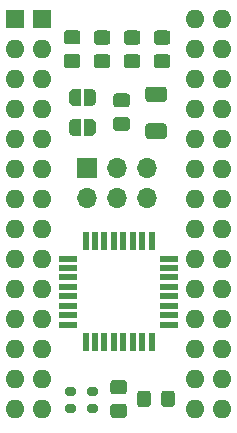
<source format=gts>
G04 #@! TF.GenerationSoftware,KiCad,Pcbnew,5.1.9+dfsg1-1*
G04 #@! TF.CreationDate,2021-03-03T15:22:06-06:00*
G04 #@! TF.ProjectId,Nano SwinSIDb,4e616e6f-2053-4776-996e-534944622e6b,rev?*
G04 #@! TF.SameCoordinates,Original*
G04 #@! TF.FileFunction,Soldermask,Top*
G04 #@! TF.FilePolarity,Negative*
%FSLAX46Y46*%
G04 Gerber Fmt 4.6, Leading zero omitted, Abs format (unit mm)*
G04 Created by KiCad (PCBNEW 5.1.9+dfsg1-1) date 2021-03-03 15:22:06*
%MOMM*%
%LPD*%
G01*
G04 APERTURE LIST*
%ADD10O,1.600000X1.600000*%
%ADD11R,1.600000X1.600000*%
%ADD12R,0.550000X1.600000*%
%ADD13R,1.600000X0.550000*%
%ADD14C,0.150000*%
%ADD15O,1.700000X1.700000*%
%ADD16R,1.700000X1.700000*%
G04 APERTURE END LIST*
D10*
X111760000Y-81280000D03*
X96520000Y-114300000D03*
X111760000Y-83820000D03*
X96520000Y-111760000D03*
X111760000Y-86360000D03*
X96520000Y-109220000D03*
X111760000Y-88900000D03*
X96520000Y-106680000D03*
X111760000Y-91440000D03*
X96520000Y-104140000D03*
X111760000Y-93980000D03*
X96520000Y-101600000D03*
X111760000Y-96520000D03*
X96520000Y-99060000D03*
X111760000Y-99060000D03*
X96520000Y-96520000D03*
X111760000Y-101600000D03*
X96520000Y-93980000D03*
X111760000Y-104140000D03*
X96520000Y-91440000D03*
X111760000Y-106680000D03*
X96520000Y-88900000D03*
X111760000Y-109220000D03*
X96520000Y-86360000D03*
X111760000Y-111760000D03*
X96520000Y-83820000D03*
X111760000Y-114300000D03*
D11*
X96520000Y-81280000D03*
D10*
X109474000Y-81280000D03*
X94234000Y-114300000D03*
X109474000Y-83820000D03*
X94234000Y-111760000D03*
X109474000Y-86360000D03*
X94234000Y-109220000D03*
X109474000Y-88900000D03*
X94234000Y-106680000D03*
X109474000Y-91440000D03*
X94234000Y-104140000D03*
X109474000Y-93980000D03*
X94234000Y-101600000D03*
X109474000Y-96520000D03*
X94234000Y-99060000D03*
X109474000Y-99060000D03*
X94234000Y-96520000D03*
X109474000Y-101600000D03*
X94234000Y-93980000D03*
X109474000Y-104140000D03*
X94234000Y-91440000D03*
X109474000Y-106680000D03*
X94234000Y-88900000D03*
X109474000Y-109220000D03*
X94234000Y-86360000D03*
X109474000Y-111760000D03*
X94234000Y-83820000D03*
X109474000Y-114300000D03*
D11*
X94234000Y-81280000D03*
G36*
G01*
X101033000Y-113176000D02*
X100533000Y-113176000D01*
G75*
G02*
X100333000Y-112976000I0J200000D01*
G01*
X100333000Y-112576000D01*
G75*
G02*
X100533000Y-112376000I200000J0D01*
G01*
X101033000Y-112376000D01*
G75*
G02*
X101233000Y-112576000I0J-200000D01*
G01*
X101233000Y-112976000D01*
G75*
G02*
X101033000Y-113176000I-200000J0D01*
G01*
G37*
G36*
G01*
X101033000Y-114626000D02*
X100533000Y-114626000D01*
G75*
G02*
X100333000Y-114426000I0J200000D01*
G01*
X100333000Y-114026000D01*
G75*
G02*
X100533000Y-113826000I200000J0D01*
G01*
X101033000Y-113826000D01*
G75*
G02*
X101233000Y-114026000I0J-200000D01*
G01*
X101233000Y-114426000D01*
G75*
G02*
X101033000Y-114626000I-200000J0D01*
G01*
G37*
G36*
G01*
X99183000Y-113176000D02*
X98683000Y-113176000D01*
G75*
G02*
X98483000Y-112976000I0J200000D01*
G01*
X98483000Y-112576000D01*
G75*
G02*
X98683000Y-112376000I200000J0D01*
G01*
X99183000Y-112376000D01*
G75*
G02*
X99383000Y-112576000I0J-200000D01*
G01*
X99383000Y-112976000D01*
G75*
G02*
X99183000Y-113176000I-200000J0D01*
G01*
G37*
G36*
G01*
X99183000Y-114626000D02*
X98683000Y-114626000D01*
G75*
G02*
X98483000Y-114426000I0J200000D01*
G01*
X98483000Y-114026000D01*
G75*
G02*
X98683000Y-113826000I200000J0D01*
G01*
X99183000Y-113826000D01*
G75*
G02*
X99383000Y-114026000I0J-200000D01*
G01*
X99383000Y-114426000D01*
G75*
G02*
X99183000Y-114626000I-200000J0D01*
G01*
G37*
D12*
X105797000Y-108576000D03*
X104997000Y-108576000D03*
X104197000Y-108576000D03*
X103397000Y-108576000D03*
X102597000Y-108576000D03*
X101797000Y-108576000D03*
X100997000Y-108576000D03*
X100197000Y-108576000D03*
D13*
X98747000Y-107126000D03*
X98747000Y-106326000D03*
X98747000Y-105526000D03*
X98747000Y-104726000D03*
X98747000Y-103926000D03*
X98747000Y-103126000D03*
X98747000Y-102326000D03*
X98747000Y-101526000D03*
D12*
X100197000Y-100076000D03*
X100997000Y-100076000D03*
X101797000Y-100076000D03*
X102597000Y-100076000D03*
X103397000Y-100076000D03*
X104197000Y-100076000D03*
X104997000Y-100076000D03*
X105797000Y-100076000D03*
D13*
X107247000Y-101526000D03*
X107247000Y-102326000D03*
X107247000Y-103126000D03*
X107247000Y-103926000D03*
X107247000Y-104726000D03*
X107247000Y-105526000D03*
X107247000Y-106326000D03*
X107247000Y-107126000D03*
G36*
G01*
X103447001Y-115027000D02*
X102546999Y-115027000D01*
G75*
G02*
X102297000Y-114777001I0J249999D01*
G01*
X102297000Y-114076999D01*
G75*
G02*
X102546999Y-113827000I249999J0D01*
G01*
X103447001Y-113827000D01*
G75*
G02*
X103697000Y-114076999I0J-249999D01*
G01*
X103697000Y-114777001D01*
G75*
G02*
X103447001Y-115027000I-249999J0D01*
G01*
G37*
G36*
G01*
X103447001Y-113027000D02*
X102546999Y-113027000D01*
G75*
G02*
X102297000Y-112777001I0J249999D01*
G01*
X102297000Y-112076999D01*
G75*
G02*
X102546999Y-111827000I249999J0D01*
G01*
X103447001Y-111827000D01*
G75*
G02*
X103697000Y-112076999I0J-249999D01*
G01*
X103697000Y-112777001D01*
G75*
G02*
X103447001Y-113027000I-249999J0D01*
G01*
G37*
D14*
G36*
X100599000Y-87134602D02*
G01*
X100623534Y-87134602D01*
X100672365Y-87139412D01*
X100720490Y-87148984D01*
X100767445Y-87163228D01*
X100812778Y-87182005D01*
X100856051Y-87205136D01*
X100896850Y-87232396D01*
X100934779Y-87263524D01*
X100969476Y-87298221D01*
X101000604Y-87336150D01*
X101027864Y-87376949D01*
X101050995Y-87420222D01*
X101069772Y-87465555D01*
X101084016Y-87512510D01*
X101093588Y-87560635D01*
X101098398Y-87609466D01*
X101098398Y-87634000D01*
X101099000Y-87634000D01*
X101099000Y-88134000D01*
X101098398Y-88134000D01*
X101098398Y-88158534D01*
X101093588Y-88207365D01*
X101084016Y-88255490D01*
X101069772Y-88302445D01*
X101050995Y-88347778D01*
X101027864Y-88391051D01*
X101000604Y-88431850D01*
X100969476Y-88469779D01*
X100934779Y-88504476D01*
X100896850Y-88535604D01*
X100856051Y-88562864D01*
X100812778Y-88585995D01*
X100767445Y-88604772D01*
X100720490Y-88619016D01*
X100672365Y-88628588D01*
X100623534Y-88633398D01*
X100599000Y-88633398D01*
X100599000Y-88634000D01*
X100099000Y-88634000D01*
X100099000Y-87134000D01*
X100599000Y-87134000D01*
X100599000Y-87134602D01*
G37*
G36*
X99799000Y-88634000D02*
G01*
X99299000Y-88634000D01*
X99299000Y-88633398D01*
X99274466Y-88633398D01*
X99225635Y-88628588D01*
X99177510Y-88619016D01*
X99130555Y-88604772D01*
X99085222Y-88585995D01*
X99041949Y-88562864D01*
X99001150Y-88535604D01*
X98963221Y-88504476D01*
X98928524Y-88469779D01*
X98897396Y-88431850D01*
X98870136Y-88391051D01*
X98847005Y-88347778D01*
X98828228Y-88302445D01*
X98813984Y-88255490D01*
X98804412Y-88207365D01*
X98799602Y-88158534D01*
X98799602Y-88134000D01*
X98799000Y-88134000D01*
X98799000Y-87634000D01*
X98799602Y-87634000D01*
X98799602Y-87609466D01*
X98804412Y-87560635D01*
X98813984Y-87512510D01*
X98828228Y-87465555D01*
X98847005Y-87420222D01*
X98870136Y-87376949D01*
X98897396Y-87336150D01*
X98928524Y-87298221D01*
X98963221Y-87263524D01*
X99001150Y-87232396D01*
X99041949Y-87205136D01*
X99085222Y-87182005D01*
X99130555Y-87163228D01*
X99177510Y-87148984D01*
X99225635Y-87139412D01*
X99274466Y-87134602D01*
X99299000Y-87134602D01*
X99299000Y-87134000D01*
X99799000Y-87134000D01*
X99799000Y-88634000D01*
G37*
D15*
X105410000Y-96393000D03*
X105410000Y-93853000D03*
X102870000Y-96393000D03*
X102870000Y-93853000D03*
X100330000Y-96393000D03*
D16*
X100330000Y-93853000D03*
G36*
G01*
X103701001Y-90738000D02*
X102800999Y-90738000D01*
G75*
G02*
X102551000Y-90488001I0J249999D01*
G01*
X102551000Y-89787999D01*
G75*
G02*
X102800999Y-89538000I249999J0D01*
G01*
X103701001Y-89538000D01*
G75*
G02*
X103951000Y-89787999I0J-249999D01*
G01*
X103951000Y-90488001D01*
G75*
G02*
X103701001Y-90738000I-249999J0D01*
G01*
G37*
G36*
G01*
X103701001Y-88738000D02*
X102800999Y-88738000D01*
G75*
G02*
X102551000Y-88488001I0J249999D01*
G01*
X102551000Y-87787999D01*
G75*
G02*
X102800999Y-87538000I249999J0D01*
G01*
X103701001Y-87538000D01*
G75*
G02*
X103951000Y-87787999I0J-249999D01*
G01*
X103951000Y-88488001D01*
G75*
G02*
X103701001Y-88738000I-249999J0D01*
G01*
G37*
G36*
G01*
X106229999Y-82220000D02*
X107130001Y-82220000D01*
G75*
G02*
X107380000Y-82469999I0J-249999D01*
G01*
X107380000Y-83170001D01*
G75*
G02*
X107130001Y-83420000I-249999J0D01*
G01*
X106229999Y-83420000D01*
G75*
G02*
X105980000Y-83170001I0J249999D01*
G01*
X105980000Y-82469999D01*
G75*
G02*
X106229999Y-82220000I249999J0D01*
G01*
G37*
G36*
G01*
X106229999Y-84220000D02*
X107130001Y-84220000D01*
G75*
G02*
X107380000Y-84469999I0J-249999D01*
G01*
X107380000Y-85170001D01*
G75*
G02*
X107130001Y-85420000I-249999J0D01*
G01*
X106229999Y-85420000D01*
G75*
G02*
X105980000Y-85170001I0J249999D01*
G01*
X105980000Y-84469999D01*
G75*
G02*
X106229999Y-84220000I249999J0D01*
G01*
G37*
G36*
G01*
X104590001Y-83420000D02*
X103689999Y-83420000D01*
G75*
G02*
X103440000Y-83170001I0J249999D01*
G01*
X103440000Y-82469999D01*
G75*
G02*
X103689999Y-82220000I249999J0D01*
G01*
X104590001Y-82220000D01*
G75*
G02*
X104840000Y-82469999I0J-249999D01*
G01*
X104840000Y-83170001D01*
G75*
G02*
X104590001Y-83420000I-249999J0D01*
G01*
G37*
G36*
G01*
X104590001Y-85420000D02*
X103689999Y-85420000D01*
G75*
G02*
X103440000Y-85170001I0J249999D01*
G01*
X103440000Y-84469999D01*
G75*
G02*
X103689999Y-84220000I249999J0D01*
G01*
X104590001Y-84220000D01*
G75*
G02*
X104840000Y-84469999I0J-249999D01*
G01*
X104840000Y-85170001D01*
G75*
G02*
X104590001Y-85420000I-249999J0D01*
G01*
G37*
G36*
G01*
X98609999Y-82204000D02*
X99510001Y-82204000D01*
G75*
G02*
X99760000Y-82453999I0J-249999D01*
G01*
X99760000Y-83154001D01*
G75*
G02*
X99510001Y-83404000I-249999J0D01*
G01*
X98609999Y-83404000D01*
G75*
G02*
X98360000Y-83154001I0J249999D01*
G01*
X98360000Y-82453999D01*
G75*
G02*
X98609999Y-82204000I249999J0D01*
G01*
G37*
G36*
G01*
X98609999Y-84204000D02*
X99510001Y-84204000D01*
G75*
G02*
X99760000Y-84453999I0J-249999D01*
G01*
X99760000Y-85154001D01*
G75*
G02*
X99510001Y-85404000I-249999J0D01*
G01*
X98609999Y-85404000D01*
G75*
G02*
X98360000Y-85154001I0J249999D01*
G01*
X98360000Y-84453999D01*
G75*
G02*
X98609999Y-84204000I249999J0D01*
G01*
G37*
D14*
G36*
X99784000Y-91174000D02*
G01*
X99284000Y-91174000D01*
X99284000Y-91173398D01*
X99259466Y-91173398D01*
X99210635Y-91168588D01*
X99162510Y-91159016D01*
X99115555Y-91144772D01*
X99070222Y-91125995D01*
X99026949Y-91102864D01*
X98986150Y-91075604D01*
X98948221Y-91044476D01*
X98913524Y-91009779D01*
X98882396Y-90971850D01*
X98855136Y-90931051D01*
X98832005Y-90887778D01*
X98813228Y-90842445D01*
X98798984Y-90795490D01*
X98789412Y-90747365D01*
X98784602Y-90698534D01*
X98784602Y-90674000D01*
X98784000Y-90674000D01*
X98784000Y-90174000D01*
X98784602Y-90174000D01*
X98784602Y-90149466D01*
X98789412Y-90100635D01*
X98798984Y-90052510D01*
X98813228Y-90005555D01*
X98832005Y-89960222D01*
X98855136Y-89916949D01*
X98882396Y-89876150D01*
X98913524Y-89838221D01*
X98948221Y-89803524D01*
X98986150Y-89772396D01*
X99026949Y-89745136D01*
X99070222Y-89722005D01*
X99115555Y-89703228D01*
X99162510Y-89688984D01*
X99210635Y-89679412D01*
X99259466Y-89674602D01*
X99284000Y-89674602D01*
X99284000Y-89674000D01*
X99784000Y-89674000D01*
X99784000Y-91174000D01*
G37*
G36*
X100584000Y-89674602D02*
G01*
X100608534Y-89674602D01*
X100657365Y-89679412D01*
X100705490Y-89688984D01*
X100752445Y-89703228D01*
X100797778Y-89722005D01*
X100841051Y-89745136D01*
X100881850Y-89772396D01*
X100919779Y-89803524D01*
X100954476Y-89838221D01*
X100985604Y-89876150D01*
X101012864Y-89916949D01*
X101035995Y-89960222D01*
X101054772Y-90005555D01*
X101069016Y-90052510D01*
X101078588Y-90100635D01*
X101083398Y-90149466D01*
X101083398Y-90174000D01*
X101084000Y-90174000D01*
X101084000Y-90674000D01*
X101083398Y-90674000D01*
X101083398Y-90698534D01*
X101078588Y-90747365D01*
X101069016Y-90795490D01*
X101054772Y-90842445D01*
X101035995Y-90887778D01*
X101012864Y-90931051D01*
X100985604Y-90971850D01*
X100954476Y-91009779D01*
X100919779Y-91044476D01*
X100881850Y-91075604D01*
X100841051Y-91102864D01*
X100797778Y-91125995D01*
X100752445Y-91144772D01*
X100705490Y-91159016D01*
X100657365Y-91168588D01*
X100608534Y-91173398D01*
X100584000Y-91173398D01*
X100584000Y-91174000D01*
X100084000Y-91174000D01*
X100084000Y-89674000D01*
X100584000Y-89674000D01*
X100584000Y-89674602D01*
G37*
G36*
G01*
X105713000Y-112960999D02*
X105713000Y-113861001D01*
G75*
G02*
X105463001Y-114111000I-249999J0D01*
G01*
X104812999Y-114111000D01*
G75*
G02*
X104563000Y-113861001I0J249999D01*
G01*
X104563000Y-112960999D01*
G75*
G02*
X104812999Y-112711000I249999J0D01*
G01*
X105463001Y-112711000D01*
G75*
G02*
X105713000Y-112960999I0J-249999D01*
G01*
G37*
G36*
G01*
X107763000Y-112960999D02*
X107763000Y-113861001D01*
G75*
G02*
X107513001Y-114111000I-249999J0D01*
G01*
X106862999Y-114111000D01*
G75*
G02*
X106613000Y-113861001I0J249999D01*
G01*
X106613000Y-112960999D01*
G75*
G02*
X106862999Y-112711000I249999J0D01*
G01*
X107513001Y-112711000D01*
G75*
G02*
X107763000Y-112960999I0J-249999D01*
G01*
G37*
G36*
G01*
X105521999Y-90092500D02*
X106822001Y-90092500D01*
G75*
G02*
X107072000Y-90342499I0J-249999D01*
G01*
X107072000Y-91167501D01*
G75*
G02*
X106822001Y-91417500I-249999J0D01*
G01*
X105521999Y-91417500D01*
G75*
G02*
X105272000Y-91167501I0J249999D01*
G01*
X105272000Y-90342499D01*
G75*
G02*
X105521999Y-90092500I249999J0D01*
G01*
G37*
G36*
G01*
X105521999Y-86967500D02*
X106822001Y-86967500D01*
G75*
G02*
X107072000Y-87217499I0J-249999D01*
G01*
X107072000Y-88042501D01*
G75*
G02*
X106822001Y-88292500I-249999J0D01*
G01*
X105521999Y-88292500D01*
G75*
G02*
X105272000Y-88042501I0J249999D01*
G01*
X105272000Y-87217499D01*
G75*
G02*
X105521999Y-86967500I249999J0D01*
G01*
G37*
G36*
G01*
X102050001Y-83420000D02*
X101149999Y-83420000D01*
G75*
G02*
X100900000Y-83170001I0J249999D01*
G01*
X100900000Y-82469999D01*
G75*
G02*
X101149999Y-82220000I249999J0D01*
G01*
X102050001Y-82220000D01*
G75*
G02*
X102300000Y-82469999I0J-249999D01*
G01*
X102300000Y-83170001D01*
G75*
G02*
X102050001Y-83420000I-249999J0D01*
G01*
G37*
G36*
G01*
X102050001Y-85420000D02*
X101149999Y-85420000D01*
G75*
G02*
X100900000Y-85170001I0J249999D01*
G01*
X100900000Y-84469999D01*
G75*
G02*
X101149999Y-84220000I249999J0D01*
G01*
X102050001Y-84220000D01*
G75*
G02*
X102300000Y-84469999I0J-249999D01*
G01*
X102300000Y-85170001D01*
G75*
G02*
X102050001Y-85420000I-249999J0D01*
G01*
G37*
M02*

</source>
